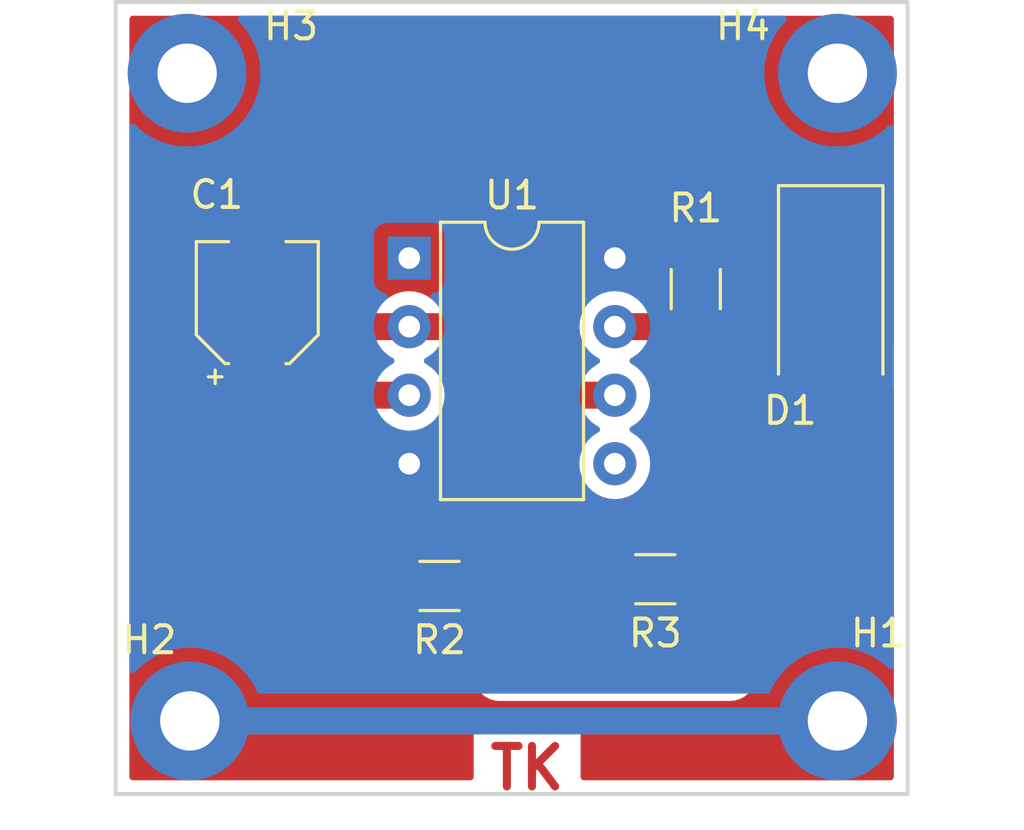
<source format=kicad_pcb>
(kicad_pcb (version 20211014) (generator pcbnew)
  (layers (0 "F.Cu" signal) (31 "B.Cu" signal) (34 "B.Paste" user) (35 "F.Paste" user) (36 "B.SilkS" user "B.Silkscreen") (37 "F.SilkS" user "F.Silkscreen") (38 "B.Mask" user) (39 "F.Mask" user) (44 "Edge.Cuts" user))
  (net 0 "")
  (net 1 "Net-(C1-Pad1)")
  (net 2 "GND")
  (net 3 "Net-(D1-Pad2)")
  (net 4 "+9V")
  (net 5 "Net-(R1-Pad2)")
  (net 6 "Net-(R2-Pad1)")
  (footprint "MountingHole:MountingHole_2.2mm_M2_Pad" (layer "F.Cu") (at 142.15 71.75)
    (fp_text reference "H3" (at 3.85 -1.75) (layer "F.SilkS"))
    (fp_text value "MountingHole_Pad")
    (pad "1" thru_hole circle (at 0 0) (size 4.4 4.4) (drill 2.2) (layers *.Cu *.Mask) (net 2 "GND"))
  )
  (footprint "Resistor_SMD:R_1206_3216Metric" (layer "F.Cu") (at 151.5 90.75)
    (fp_text reference "R2" (at 0 2) (layer "F.SilkS"))
    (fp_text value "1K")
    (fp_line (start -0.727064 0.91) (end 0.727064 0.91) (layer "F.SilkS") (width 0.12))
    (fp_line (start -0.727064 -0.91) (end 0.727064 -0.91) (layer "F.SilkS") (width 0.12))
    (pad "1" smd roundrect (at -1.4625 0) (size 1.125 1.75) (layers "F.Cu" "F.Paste" "F.Mask") (roundrect_rratio 0.2222222222) (net 6 "Net-(R2-Pad1)"))
    (pad "2" smd roundrect (at 1.4625 0) (size 1.125 1.75) (layers "F.Cu" "F.Paste" "F.Mask") (roundrect_rratio 0.2222222222) (net 3 "Net-(D1-Pad2)"))
  )
  (footprint "Resistor_SMD:R_1206_3216Metric" (layer "F.Cu") (at 159.5 90.5 180)
    (fp_text reference "R3" (at 0 -2) (layer "F.SilkS"))
    (fp_text value "470K")
    (fp_line (start -0.727064 0.91) (end 0.727064 0.91) (layer "F.SilkS") (width 0.12))
    (fp_line (start -0.727064 -0.91) (end 0.727064 -0.91) (layer "F.SilkS") (width 0.12))
    (pad "1" smd roundrect (at -1.4625 0 180) (size 1.125 1.75) (layers "F.Cu" "F.Paste" "F.Mask") (roundrect_rratio 0.2222222222) (net 5 "Net-(R1-Pad2)"))
    (pad "2" smd roundrect (at 1.4625 0 180) (size 1.125 1.75) (layers "F.Cu" "F.Paste" "F.Mask") (roundrect_rratio 0.2222222222) (net 1 "Net-(C1-Pad1)"))
  )
  (footprint "Resistor_SMD:R_1206_3216Metric" (layer "F.Cu") (at 161 79.75 -90)
    (fp_text reference "R1" (at -3 0 180) (layer "F.SilkS"))
    (fp_text value "1K")
    (fp_line (start -0.727064 -0.91) (end 0.727064 -0.91) (layer "F.SilkS") (width 0.12))
    (fp_line (start -0.727064 0.91) (end 0.727064 0.91) (layer "F.SilkS") (width 0.12))
    (pad "1" smd roundrect (at -1.4625 0 270) (size 1.125 1.75) (layers "F.Cu" "F.Paste" "F.Mask") (roundrect_rratio 0.2222222222) (net 4 "+9V"))
    (pad "2" smd roundrect (at 1.4625 0 270) (size 1.125 1.75) (layers "F.Cu" "F.Paste" "F.Mask") (roundrect_rratio 0.2222222222) (net 5 "Net-(R1-Pad2)"))
  )
  (footprint "Package_DIP:DIP-8_W7.62mm" (layer "F.Cu") (at 150.38 78.6)
    (fp_text reference "U1" (at 3.81 -2.33) (layer "F.SilkS"))
    (fp_text value "NE555P")
    (fp_line (start 1.16 -1.33) (end 1.16 8.95) (layer "F.SilkS") (width 0.12))
    (fp_line (start 2.81 -1.33) (end 1.16 -1.33) (layer "F.SilkS") (width 0.12))
    (fp_line (start 1.16 8.95) (end 6.46 8.95) (layer "F.SilkS") (width 0.12))
    (fp_line (start 6.46 8.95) (end 6.46 -1.33) (layer "F.SilkS") (width 0.12))
    (fp_line (start 6.46 -1.33) (end 4.81 -1.33) (layer "F.SilkS") (width 0.12))
    (fp_arc (start 4.81 -1.33) (mid 3.81 -0.33) (end 2.81 -1.33) (layer "F.SilkS") (width 0.12))
    (pad "1" thru_hole rect (at 0 0) (size 1.6 1.6) (drill 0.8) (layers *.Cu *.Mask) (net 2 "GND"))
    (pad "2" thru_hole oval (at 0 2.54) (size 1.6 1.6) (drill 0.8) (layers *.Cu *.Mask) (net 1 "Net-(C1-Pad1)"))
    (pad "3" thru_hole oval (at 0 5.08) (size 1.6 1.6) (drill 0.8) (layers *.Cu *.Mask) (net 6 "Net-(R2-Pad1)"))
    (pad "4" thru_hole oval (at 0 7.62) (size 1.6 1.6) (drill 0.8) (layers *.Cu *.Mask) (net 4 "+9V"))
    (pad "5" thru_hole oval (at 7.62 7.62) (size 1.6 1.6) (drill 0.8) (layers *.Cu *.Mask))
    (pad "6" thru_hole oval (at 7.62 5.08) (size 1.6 1.6) (drill 0.8) (layers *.Cu *.Mask) (net 1 "Net-(C1-Pad1)"))
    (pad "7" thru_hole oval (at 7.62 2.54) (size 1.6 1.6) (drill 0.8) (layers *.Cu *.Mask) (net 5 "Net-(R1-Pad2)"))
    (pad "8" thru_hole oval (at 7.62 0) (size 1.6 1.6) (drill 0.8) (layers *.Cu *.Mask) (net 4 "+9V"))
  )
  (footprint "Capacitor_SMD:CP_Elec_4x3" (layer "F.Cu") (at 144.75 80.25 90)
    (fp_text reference "C1" (at 4 -1.5 180) (layer "F.SilkS"))
    (fp_text value "1uF")
    (fp_line (start -2.26 -1.195563) (end -2.26 -1.06) (layer "F.SilkS") (width 0.12))
    (fp_line (start -2.26 1.195563) (end -1.195563 2.26) (layer "F.SilkS") (width 0.12))
    (fp_line (start -1.195563 -2.26) (end 2.26 -2.26) (layer "F.SilkS") (width 0.12))
    (fp_line (start -2.26 1.195563) (end -2.26 1.06) (layer "F.SilkS") (width 0.12))
    (fp_line (start -1.195563 2.26) (end 2.26 2.26) (layer "F.SilkS") (width 0.12))
    (fp_line (start 2.26 2.26) (end 2.26 1.06) (layer "F.SilkS") (width 0.12))
    (fp_line (start -2.26 -1.195563) (end -1.195563 -2.26) (layer "F.SilkS") (width 0.12))
    (fp_line (start -3 -1.56) (end -2.5 -1.56) (layer "F.SilkS") (width 0.12))
    (fp_line (start -2.75 -1.81) (end -2.75 -1.31) (layer "F.SilkS") (width 0.12))
    (fp_line (start 2.26 -2.26) (end 2.26 -1.06) (layer "F.SilkS") (width 0.12))
    (pad "1" smd roundrect (at -1.8 0 90) (size 2.6 1.6) (layers "F.Cu" "F.Paste" "F.Mask") (roundrect_rratio 0.15625) (net 1 "Net-(C1-Pad1)"))
    (pad "2" smd roundrect (at 1.8 0 90) (size 2.6 1.6) (layers "F.Cu" "F.Paste" "F.Mask") (roundrect_rratio 0.15625) (net 2 "GND"))
  )
  (footprint "MountingHole:MountingHole_2.2mm_M2_Pad" (layer "F.Cu") (at 166.25 71.75)
    (fp_text reference "H4" (at -3.5 -1.75) (layer "F.SilkS"))
    (fp_text value "MountingHole_Pad")
    (pad "1" thru_hole circle (at 0 0) (size 4.4 4.4) (drill 2.2) (layers *.Cu *.Mask) (net 2 "GND"))
  )
  (footprint "MountingHole:MountingHole_2.2mm_M2_Pad" (layer "F.Cu") (at 166.25 95.75)
    (fp_text reference "H1" (at 1.5 -3.25) (layer "F.SilkS"))
    (fp_text value "MountingHole_Pad")
    (pad "1" thru_hole circle (at 0 0) (size 4.4 4.4) (drill 2.2) (layers *.Cu *.Mask) (net 2 "GND"))
  )
  (footprint "LED_SMD:LED_2512_6332Metric" (layer "F.Cu") (at 166 79.75 -90)
    (fp_text reference "D1" (at 4.5 1.5 180) (layer "F.SilkS"))
    (fp_text value "LED")
    (fp_line (start 3.15 -1.935) (end -3.835 -1.935) (layer "F.SilkS") (width 0.12))
    (fp_line (start -3.835 1.935) (end 3.15 1.935) (layer "F.SilkS") (width 0.12))
    (fp_line (start -3.835 -1.935) (end -3.835 1.935) (layer "F.SilkS") (width 0.12))
    (pad "1" smd roundrect (at -2.9 0 270) (size 1.35 3.35) (layers "F.Cu" "F.Paste" "F.Mask") (roundrect_rratio 0.1851851852) (net 2 "GND"))
    (pad "2" smd roundrect (at 2.9 0 270) (size 1.35 3.35) (layers "F.Cu" "F.Paste" "F.Mask") (roundrect_rratio 0.1851851852) (net 3 "Net-(D1-Pad2)"))
  )
  (footprint "MountingHole:MountingHole_2.2mm_M2_Pad" (layer "F.Cu") (at 142.25 95.75)
    (fp_text reference "H2" (at -1.5 -3) (layer "F.SilkS"))
    (fp_text value "MountingHole_Pad")
    (pad "1" thru_hole circle (at 0 0) (size 4.4 4.4) (drill 2.2) (layers *.Cu *.Mask) (net 2 "GND"))
  )
  (gr_rect (start 139.5 69.11) (end 168.85 98.46) (layer "Edge.Cuts") (width 0.15) (fill none))
  (gr_text "TK\n" (at 154.75 97.5) (layer "F.Cu") (effects (font (size 1.5 1.5) (thickness 0.3))))
  (segment (start 144.75 82.05) (end 147.45 82.05) (width 1) (layer "F.Cu") (net 1))
  (segment (start 155.5 89.25) (end 156.75 90.5) (width 1) (layer "F.Cu") (net 1))
  (segment (start 150.38 81.14) (end 154.53 81.14) (width 1) (layer "F.Cu") (net 1))
  (segment (start 158 83.68) (end 156.32 83.68) (width 1) (layer "F.Cu") (net 1))
  (segment (start 155.5 84.5) (end 155.5 89.25) (width 1) (layer "F.Cu") (net 1))
  (segment (start 156.32 82.93) (end 156.32 83.68) (width 1) (layer "F.Cu") (net 1))
  (segment (start 154.53 81.14) (end 156.32 82.93) (width 1) (layer "F.Cu") (net 1))
  (segment (start 156.75 90.5) (end 158.0375 90.5) (width 1) (layer "F.Cu") (net 1))
  (segment (start 148.36 81.14) (end 150.38 81.14) (width 1) (layer "F.Cu") (net 1))
  (segment (start 156.32 83.68) (end 155.5 84.5) (width 1) (layer "F.Cu") (net 1))
  (segment (start 147.45 82.05) (end 148.36 81.14) (width 1) (layer "F.Cu") (net 1))
  (segment (start 142.25 95.75) (end 142.25 79.75) (width 1) (layer "F.Cu") (net 2))
  (segment (start 150.38 78.6) (end 150.38 76.62) (width 1) (layer "F.Cu") (net 2))
  (segment (start 144.75 73.25) (end 144.75 78.45) (width 1) (layer "F.Cu") (net 2))
  (segment (start 163.75 74) (end 166 76.25) (width 1) (layer "F.Cu") (net 2))
  (segment (start 150.38 76.62) (end 153 74) (width 1) (layer "F.Cu") (net 2))
  (segment (start 161.5 72.75) (end 161.5 74) (width 1) (layer "F.Cu") (net 2))
  (segment (start 166 76.25) (end 166 76.85) (width 1) (layer "F.Cu") (net 2))
  (segment (start 161.5 74) (end 163.75 74) (width 1) (layer "F.Cu") (net 2))
  (segment (start 150.23 78.45) (end 150.38 78.6) (width 1) (layer "F.Cu") (net 2))
  (segment (start 162.5 71.75) (end 161.5 72.75) (width 1) (layer "F.Cu") (net 2))
  (segment (start 143.25 71.75) (end 144.75 73.25) (width 1) (layer "F.Cu") (net 2))
  (segment (start 166.25 71.75) (end 162.5 71.75) (width 1) (layer "F.Cu") (net 2))
  (segment (start 142.25 79.75) (end 143.55 78.45) (width 1) (layer "F.Cu") (net 2))
  (segment (start 143.55 78.45) (end 144.75 78.45) (width 1) (layer "F.Cu") (net 2))
  (segment (start 144.75 78.45) (end 150.23 78.45) (width 1) (layer "F.Cu") (net 2))
  (segment (start 142.15 71.75) (end 143.25 71.75) (width 1) (layer "F.Cu") (net 2))
  (segment (start 153 74) (end 161.5 74) (width 1) (layer "F.Cu") (net 2))
  (segment (start 166.25 95.75) (end 142.25 95.75) (width 1) (layer "B.Cu") (net 2))
  (segment (start 162.25 94) (end 166 90.25) (width 1) (layer "F.Cu") (net 3))
  (segment (start 152.9625 90.75) (end 152.9625 93.2125) (width 1) (layer "F.Cu") (net 3))
  (segment (start 152.9625 93.2125) (end 153.75 94) (width 1) (layer "F.Cu") (net 3))
  (segment (start 166 90.25) (end 166 82.65) (width 1) (layer "F.Cu") (net 3))
  (segment (start 153.75 94) (end 162.25 94) (width 1) (layer "F.Cu") (net 3))
  (segment (start 160.6875 78.6) (end 161 78.2875) (width 1) (layer "F.Cu") (net 4))
  (segment (start 158 78.6) (end 160.6875 78.6) (width 1) (layer "F.Cu") (net 4))
  (segment (start 154 84.75) (end 154 80.75) (width 1) (layer "B.Cu") (net 4))
  (segment (start 152.53 86.22) (end 154 84.75) (width 1) (layer "B.Cu") (net 4))
  (segment (start 154 80.75) (end 156.15 78.6) (width 1) (layer "B.Cu") (net 4))
  (segment (start 156.15 78.6) (end 158 78.6) (width 1) (layer "B.Cu") (net 4))
  (segment (start 150.38 86.22) (end 152.53 86.22) (width 1) (layer "B.Cu") (net 4))
  (segment (start 160.9275 81.14) (end 161 81.2125) (width 1) (layer "F.Cu") (net 5))
  (segment (start 161 81.2125) (end 161 90.4625) (width 1) (layer "F.Cu") (net 5))
  (segment (start 158 81.14) (end 160.9275 81.14) (width 1) (layer "F.Cu") (net 5))
  (segment (start 161 90.4625) (end 160.9625 90.5) (width 1) (layer "F.Cu") (net 5))
  (segment (start 147 85.25) (end 147 89.25) (width 1) (layer "F.Cu") (net 6))
  (segment (start 148.57 83.68) (end 147 85.25) (width 1) (layer "F.Cu") (net 6))
  (segment (start 148.5 90.75) (end 150.0375 90.75) (width 1) (layer "F.Cu") (net 6))
  (segment (start 147 89.25) (end 148.5 90.75) (width 1) (layer "F.Cu") (net 6))
  (segment (start 150.38 83.68) (end 148.57 83.68) (width 1) (layer "F.Cu") (net 6))
  (zone (net 2) (net_name "GND") (layer "F.Cu") (connect_pads yes (clearance 0.508)) (min_thickness 0.254) (fill yes (thermal_gap 0.508) (thermal_bridge_width 0.508))
    (polygon (pts (xy 168.75 98.25) (xy 139.75 98.25) (xy 139.75 69.25) (xy 168.75 69.25)))
  )
  (zone (net 4) (net_name "+9V") (layer "B.Cu") (connect_pads yes (clearance 0.508)) (min_thickness 0.254) (fill yes (thermal_gap 0.508) (thermal_bridge_width 0.508))
    (polygon (pts (xy 168.75 98) (xy 139.75 98) (xy 139.75 69.5) (xy 168.75 69.5)))
  )
)
</source>
